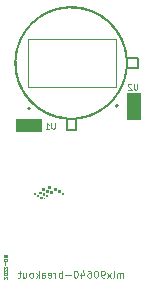
<source format=gbr>
G04 #@! TF.GenerationSoftware,KiCad,Pcbnew,(6.0.7)*
G04 #@! TF.CreationDate,2022-08-12T11:37:01-07:00*
G04 #@! TF.ProjectId,mlx90640-breakout,6d6c7839-3036-4343-902d-627265616b6f,rev?*
G04 #@! TF.SameCoordinates,Original*
G04 #@! TF.FileFunction,Legend,Bot*
G04 #@! TF.FilePolarity,Positive*
%FSLAX46Y46*%
G04 Gerber Fmt 4.6, Leading zero omitted, Abs format (unit mm)*
G04 Created by KiCad (PCBNEW (6.0.7)) date 2022-08-12 11:37:01*
%MOMM*%
%LPD*%
G01*
G04 APERTURE LIST*
%ADD10C,0.100000*%
%ADD11C,0.050000*%
%ADD12C,0.075000*%
%ADD13C,0.010000*%
%ADD14C,0.127000*%
%ADD15C,0.120000*%
%ADD16C,0.200000*%
G04 APERTURE END LIST*
D10*
X107266999Y-62418001D02*
X114759999Y-62418001D01*
X114759999Y-62418001D02*
X114759999Y-66482001D01*
X114759999Y-66482001D02*
X107266999Y-66482001D01*
X107266999Y-66482001D02*
X107266999Y-62418001D01*
X115349999Y-82628429D02*
X115349999Y-82228429D01*
X115349999Y-82285572D02*
X115321427Y-82257001D01*
X115264284Y-82228429D01*
X115178570Y-82228429D01*
X115121427Y-82257001D01*
X115092856Y-82314143D01*
X115092856Y-82628429D01*
X115092856Y-82314143D02*
X115064284Y-82257001D01*
X115007141Y-82228429D01*
X114921427Y-82228429D01*
X114864284Y-82257001D01*
X114835713Y-82314143D01*
X114835713Y-82628429D01*
X114464284Y-82628429D02*
X114521427Y-82599858D01*
X114549999Y-82542715D01*
X114549999Y-82028429D01*
X114292856Y-82628429D02*
X113978570Y-82228429D01*
X114292856Y-82228429D02*
X113978570Y-82628429D01*
X113721427Y-82628429D02*
X113607141Y-82628429D01*
X113549999Y-82599858D01*
X113521427Y-82571286D01*
X113464284Y-82485572D01*
X113435713Y-82371286D01*
X113435713Y-82142715D01*
X113464284Y-82085572D01*
X113492856Y-82057001D01*
X113549999Y-82028429D01*
X113664284Y-82028429D01*
X113721427Y-82057001D01*
X113749999Y-82085572D01*
X113778570Y-82142715D01*
X113778570Y-82285572D01*
X113749999Y-82342715D01*
X113721427Y-82371286D01*
X113664284Y-82399858D01*
X113549999Y-82399858D01*
X113492856Y-82371286D01*
X113464284Y-82342715D01*
X113435713Y-82285572D01*
X113064284Y-82028429D02*
X113007141Y-82028429D01*
X112949999Y-82057001D01*
X112921427Y-82085572D01*
X112892856Y-82142715D01*
X112864284Y-82257001D01*
X112864284Y-82399858D01*
X112892856Y-82514143D01*
X112921427Y-82571286D01*
X112949999Y-82599858D01*
X113007141Y-82628429D01*
X113064284Y-82628429D01*
X113121427Y-82599858D01*
X113149999Y-82571286D01*
X113178570Y-82514143D01*
X113207141Y-82399858D01*
X113207141Y-82257001D01*
X113178570Y-82142715D01*
X113149999Y-82085572D01*
X113121427Y-82057001D01*
X113064284Y-82028429D01*
X112349999Y-82028429D02*
X112464284Y-82028429D01*
X112521427Y-82057001D01*
X112549999Y-82085572D01*
X112607141Y-82171286D01*
X112635713Y-82285572D01*
X112635713Y-82514143D01*
X112607141Y-82571286D01*
X112578570Y-82599858D01*
X112521427Y-82628429D01*
X112407141Y-82628429D01*
X112349999Y-82599858D01*
X112321427Y-82571286D01*
X112292856Y-82514143D01*
X112292856Y-82371286D01*
X112321427Y-82314143D01*
X112349999Y-82285572D01*
X112407141Y-82257001D01*
X112521427Y-82257001D01*
X112578570Y-82285572D01*
X112607141Y-82314143D01*
X112635713Y-82371286D01*
X111778570Y-82228429D02*
X111778570Y-82628429D01*
X111921427Y-81999858D02*
X112064284Y-82428429D01*
X111692856Y-82428429D01*
X111349999Y-82028429D02*
X111292856Y-82028429D01*
X111235713Y-82057001D01*
X111207141Y-82085572D01*
X111178570Y-82142715D01*
X111149999Y-82257001D01*
X111149999Y-82399858D01*
X111178570Y-82514143D01*
X111207141Y-82571286D01*
X111235713Y-82599858D01*
X111292856Y-82628429D01*
X111349999Y-82628429D01*
X111407141Y-82599858D01*
X111435713Y-82571286D01*
X111464284Y-82514143D01*
X111492856Y-82399858D01*
X111492856Y-82257001D01*
X111464284Y-82142715D01*
X111435713Y-82085572D01*
X111407141Y-82057001D01*
X111349999Y-82028429D01*
X110892856Y-82399858D02*
X110435713Y-82399858D01*
X110149999Y-82628429D02*
X110149999Y-82028429D01*
X110149999Y-82257001D02*
X110092856Y-82228429D01*
X109978570Y-82228429D01*
X109921427Y-82257001D01*
X109892856Y-82285572D01*
X109864284Y-82342715D01*
X109864284Y-82514143D01*
X109892856Y-82571286D01*
X109921427Y-82599858D01*
X109978570Y-82628429D01*
X110092856Y-82628429D01*
X110149999Y-82599858D01*
X109607141Y-82628429D02*
X109607141Y-82228429D01*
X109607141Y-82342715D02*
X109578570Y-82285572D01*
X109549999Y-82257001D01*
X109492856Y-82228429D01*
X109435713Y-82228429D01*
X109007141Y-82599858D02*
X109064284Y-82628429D01*
X109178570Y-82628429D01*
X109235713Y-82599858D01*
X109264284Y-82542715D01*
X109264284Y-82314143D01*
X109235713Y-82257001D01*
X109178570Y-82228429D01*
X109064284Y-82228429D01*
X109007141Y-82257001D01*
X108978570Y-82314143D01*
X108978570Y-82371286D01*
X109264284Y-82428429D01*
X108464284Y-82628429D02*
X108464284Y-82314143D01*
X108492856Y-82257001D01*
X108549999Y-82228429D01*
X108664284Y-82228429D01*
X108721427Y-82257001D01*
X108464284Y-82599858D02*
X108521427Y-82628429D01*
X108664284Y-82628429D01*
X108721427Y-82599858D01*
X108749999Y-82542715D01*
X108749999Y-82485572D01*
X108721427Y-82428429D01*
X108664284Y-82399858D01*
X108521427Y-82399858D01*
X108464284Y-82371286D01*
X108178570Y-82628429D02*
X108178570Y-82028429D01*
X108121427Y-82399858D02*
X107949999Y-82628429D01*
X107949999Y-82228429D02*
X108178570Y-82457001D01*
X107607141Y-82628429D02*
X107664284Y-82599858D01*
X107692856Y-82571286D01*
X107721427Y-82514143D01*
X107721427Y-82342715D01*
X107692856Y-82285572D01*
X107664284Y-82257001D01*
X107607141Y-82228429D01*
X107521427Y-82228429D01*
X107464284Y-82257001D01*
X107435713Y-82285572D01*
X107407141Y-82342715D01*
X107407141Y-82514143D01*
X107435713Y-82571286D01*
X107464284Y-82599858D01*
X107521427Y-82628429D01*
X107607141Y-82628429D01*
X106892856Y-82228429D02*
X106892856Y-82628429D01*
X107149999Y-82228429D02*
X107149999Y-82542715D01*
X107121427Y-82599858D01*
X107064284Y-82628429D01*
X106978570Y-82628429D01*
X106921427Y-82599858D01*
X106892856Y-82571286D01*
X106692856Y-82228429D02*
X106464284Y-82228429D01*
X106607141Y-82028429D02*
X106607141Y-82542715D01*
X106578570Y-82599858D01*
X106521427Y-82628429D01*
X106464284Y-82628429D01*
D11*
X105497713Y-82707715D02*
X105511999Y-82693429D01*
X105526284Y-82664858D01*
X105526284Y-82593429D01*
X105511999Y-82564858D01*
X105497713Y-82550572D01*
X105469141Y-82536286D01*
X105440570Y-82536286D01*
X105397713Y-82550572D01*
X105226284Y-82722001D01*
X105226284Y-82536286D01*
X105526284Y-82350572D02*
X105526284Y-82322001D01*
X105511999Y-82293429D01*
X105497713Y-82279143D01*
X105469141Y-82264858D01*
X105411999Y-82250572D01*
X105340570Y-82250572D01*
X105283427Y-82264858D01*
X105254856Y-82279143D01*
X105240570Y-82293429D01*
X105226284Y-82322001D01*
X105226284Y-82350572D01*
X105240570Y-82379143D01*
X105254856Y-82393429D01*
X105283427Y-82407715D01*
X105340570Y-82422001D01*
X105411999Y-82422001D01*
X105469141Y-82407715D01*
X105497713Y-82393429D01*
X105511999Y-82379143D01*
X105526284Y-82350572D01*
X105497713Y-82136286D02*
X105511999Y-82122001D01*
X105526284Y-82093429D01*
X105526284Y-82022001D01*
X105511999Y-81993429D01*
X105497713Y-81979143D01*
X105469141Y-81964858D01*
X105440570Y-81964858D01*
X105397713Y-81979143D01*
X105226284Y-82150572D01*
X105226284Y-81964858D01*
X105497713Y-81850572D02*
X105511999Y-81836286D01*
X105526284Y-81807715D01*
X105526284Y-81736286D01*
X105511999Y-81707715D01*
X105497713Y-81693429D01*
X105469141Y-81679143D01*
X105440570Y-81679143D01*
X105397713Y-81693429D01*
X105226284Y-81864858D01*
X105226284Y-81679143D01*
X105340570Y-81550572D02*
X105340570Y-81322001D01*
X105526284Y-81122001D02*
X105526284Y-81093429D01*
X105511999Y-81064858D01*
X105497713Y-81050572D01*
X105469141Y-81036286D01*
X105411999Y-81022001D01*
X105340570Y-81022001D01*
X105283427Y-81036286D01*
X105254856Y-81050572D01*
X105240570Y-81064858D01*
X105226284Y-81093429D01*
X105226284Y-81122001D01*
X105240570Y-81150572D01*
X105254856Y-81164858D01*
X105283427Y-81179143D01*
X105340570Y-81193429D01*
X105411999Y-81193429D01*
X105469141Y-81179143D01*
X105497713Y-81164858D01*
X105511999Y-81150572D01*
X105526284Y-81122001D01*
X105397713Y-80850572D02*
X105411999Y-80879143D01*
X105426284Y-80893429D01*
X105454856Y-80907715D01*
X105469141Y-80907715D01*
X105497713Y-80893429D01*
X105511999Y-80879143D01*
X105526284Y-80850572D01*
X105526284Y-80793429D01*
X105511999Y-80764858D01*
X105497713Y-80750572D01*
X105469141Y-80736286D01*
X105454856Y-80736286D01*
X105426284Y-80750572D01*
X105411999Y-80764858D01*
X105397713Y-80793429D01*
X105397713Y-80850572D01*
X105383427Y-80879143D01*
X105369141Y-80893429D01*
X105340570Y-80907715D01*
X105283427Y-80907715D01*
X105254856Y-80893429D01*
X105240570Y-80879143D01*
X105226284Y-80850572D01*
X105226284Y-80793429D01*
X105240570Y-80764858D01*
X105254856Y-80750572D01*
X105283427Y-80736286D01*
X105340570Y-80736286D01*
X105369141Y-80750572D01*
X105383427Y-80764858D01*
X105397713Y-80793429D01*
D12*
X116537951Y-66208191D02*
X116537951Y-66612953D01*
X116514141Y-66660572D01*
X116490332Y-66684381D01*
X116442713Y-66708191D01*
X116347475Y-66708191D01*
X116299856Y-66684381D01*
X116276046Y-66660572D01*
X116252237Y-66612953D01*
X116252237Y-66208191D01*
X116037951Y-66255810D02*
X116014141Y-66232001D01*
X115966522Y-66208191D01*
X115847475Y-66208191D01*
X115799856Y-66232001D01*
X115776046Y-66255810D01*
X115752237Y-66303429D01*
X115752237Y-66351048D01*
X115776046Y-66422477D01*
X116061760Y-66708191D01*
X115752237Y-66708191D01*
X109552951Y-69510191D02*
X109552951Y-69914953D01*
X109529141Y-69962572D01*
X109505332Y-69986381D01*
X109457713Y-70010191D01*
X109362475Y-70010191D01*
X109314856Y-69986381D01*
X109291046Y-69962572D01*
X109267237Y-69914953D01*
X109267237Y-69510191D01*
X108767237Y-70010191D02*
X109052951Y-70010191D01*
X108910094Y-70010191D02*
X108910094Y-69510191D01*
X108957713Y-69581620D01*
X109005332Y-69629239D01*
X109052951Y-69653048D01*
G36*
X108972744Y-75266591D02*
G01*
X108974150Y-75341521D01*
X108821207Y-75341521D01*
X108824019Y-75191661D01*
X108971339Y-75191661D01*
X108972744Y-75266591D01*
G37*
D13*
X108972744Y-75266591D02*
X108974150Y-75341521D01*
X108821207Y-75341521D01*
X108824019Y-75191661D01*
X108971339Y-75191661D01*
X108972744Y-75266591D01*
G36*
X110254039Y-75529481D02*
G01*
X110177839Y-75529481D01*
X110177839Y-75453281D01*
X110254039Y-75453281D01*
X110254039Y-75529481D01*
G37*
X110254039Y-75529481D02*
X110177839Y-75529481D01*
X110177839Y-75453281D01*
X110254039Y-75453281D01*
X110254039Y-75529481D01*
G36*
X109969559Y-75326281D02*
G01*
X109857799Y-75326281D01*
X109857799Y-75214521D01*
X109969559Y-75214521D01*
X109969559Y-75326281D01*
G37*
X109969559Y-75326281D02*
X109857799Y-75326281D01*
X109857799Y-75214521D01*
X109969559Y-75214521D01*
X109969559Y-75326281D01*
G36*
X108349039Y-75458361D02*
G01*
X108242359Y-75458361D01*
X108242359Y-75356761D01*
X108349039Y-75356761D01*
X108349039Y-75458361D01*
G37*
X108349039Y-75458361D02*
X108242359Y-75458361D01*
X108242359Y-75356761D01*
X108349039Y-75356761D01*
X108349039Y-75458361D01*
G36*
X109304079Y-75473601D02*
G01*
X109126279Y-75473601D01*
X109126279Y-75295801D01*
X109304079Y-75295801D01*
X109304079Y-75473601D01*
G37*
X109304079Y-75473601D02*
X109126279Y-75473601D01*
X109126279Y-75295801D01*
X109304079Y-75295801D01*
X109304079Y-75473601D01*
G36*
X108637480Y-75131971D02*
G01*
X108636059Y-75196741D01*
X108571289Y-75198162D01*
X108506519Y-75199584D01*
X108506519Y-75067201D01*
X108638902Y-75067201D01*
X108637480Y-75131971D01*
G37*
X108637480Y-75131971D02*
X108636059Y-75196741D01*
X108571289Y-75198162D01*
X108506519Y-75199584D01*
X108506519Y-75067201D01*
X108638902Y-75067201D01*
X108637480Y-75131971D01*
G36*
X108669079Y-75915561D02*
G01*
X108623359Y-75915561D01*
X108623359Y-75869841D01*
X108669079Y-75869841D01*
X108669079Y-75915561D01*
G37*
X108669079Y-75915561D02*
X108623359Y-75915561D01*
X108623359Y-75869841D01*
X108669079Y-75869841D01*
X108669079Y-75915561D01*
G36*
X107846119Y-75509161D02*
G01*
X107785159Y-75509161D01*
X107785159Y-75448201D01*
X107846119Y-75448201D01*
X107846119Y-75509161D01*
G37*
X107846119Y-75509161D02*
X107785159Y-75509161D01*
X107785159Y-75448201D01*
X107846119Y-75448201D01*
X107846119Y-75509161D01*
G36*
X108120439Y-75707281D02*
G01*
X108044239Y-75707281D01*
X108044239Y-75631081D01*
X108120439Y-75631081D01*
X108120439Y-75707281D01*
G37*
X108120439Y-75707281D02*
X108044239Y-75707281D01*
X108044239Y-75631081D01*
X108120439Y-75631081D01*
X108120439Y-75707281D01*
G36*
X108923079Y-75712361D02*
G01*
X108831639Y-75712361D01*
X108831639Y-75615841D01*
X108923079Y-75615841D01*
X108923079Y-75712361D01*
G37*
X108923079Y-75712361D02*
X108831639Y-75712361D01*
X108831639Y-75615841D01*
X108923079Y-75615841D01*
X108923079Y-75712361D01*
G36*
X109643286Y-75091213D02*
G01*
X109641899Y-75181501D01*
X109554155Y-75182891D01*
X109520780Y-75183255D01*
X109496344Y-75183087D01*
X109479638Y-75182317D01*
X109469453Y-75180873D01*
X109464578Y-75178686D01*
X109463854Y-75177616D01*
X109463077Y-75170494D01*
X109462567Y-75155072D01*
X109462348Y-75133211D01*
X109462444Y-75106766D01*
X109462698Y-75087325D01*
X109464099Y-75003701D01*
X109554386Y-75002313D01*
X109644674Y-75000925D01*
X109643286Y-75091213D01*
G37*
X109643286Y-75091213D02*
X109641899Y-75181501D01*
X109554155Y-75182891D01*
X109520780Y-75183255D01*
X109496344Y-75183087D01*
X109479638Y-75182317D01*
X109469453Y-75180873D01*
X109464578Y-75178686D01*
X109463854Y-75177616D01*
X109463077Y-75170494D01*
X109462567Y-75155072D01*
X109462348Y-75133211D01*
X109462444Y-75106766D01*
X109462698Y-75087325D01*
X109464099Y-75003701D01*
X109554386Y-75002313D01*
X109644674Y-75000925D01*
X109643286Y-75091213D01*
G36*
X108633519Y-75595521D02*
G01*
X108521759Y-75595521D01*
X108521759Y-75478681D01*
X108633519Y-75478681D01*
X108633519Y-75595521D01*
G37*
X108633519Y-75595521D02*
X108521759Y-75595521D01*
X108521759Y-75478681D01*
X108633519Y-75478681D01*
X108633519Y-75595521D01*
G36*
X109171999Y-75031641D02*
G01*
X108994199Y-75031641D01*
X108994199Y-74853841D01*
X109171999Y-74853841D01*
X109171999Y-75031641D01*
G37*
X109171999Y-75031641D02*
X108994199Y-75031641D01*
X108994199Y-74853841D01*
X109171999Y-74853841D01*
X109171999Y-75031641D01*
G36*
X108430319Y-75869841D02*
G01*
X108328719Y-75869841D01*
X108328719Y-75768241D01*
X108430319Y-75768241D01*
X108430319Y-75869841D01*
G37*
X108430319Y-75869841D02*
X108328719Y-75869841D01*
X108328719Y-75768241D01*
X108430319Y-75768241D01*
X108430319Y-75869841D01*
D14*
X116634247Y-64857765D02*
X116634237Y-64057340D01*
X115634435Y-64057348D02*
X116634237Y-64057340D01*
X116634247Y-64857765D02*
X115634446Y-64857774D01*
D15*
X116724999Y-69150001D02*
X115674999Y-69150001D01*
X115674999Y-69150001D02*
X115674999Y-67025001D01*
X115674999Y-67025001D02*
X116724999Y-67025001D01*
X116724999Y-67025001D02*
X116724999Y-69150001D01*
G36*
X116724999Y-69150001D02*
G01*
X115674999Y-69150001D01*
X115674999Y-67025001D01*
X116724999Y-67025001D01*
X116724999Y-69150001D01*
G37*
D14*
X115634435Y-64057348D02*
G75*
G03*
X115634446Y-64857774I-4708339J-400278D01*
G01*
D16*
X114895935Y-68050273D02*
G75*
G03*
X114895935Y-68050273I-100000J0D01*
G01*
D14*
X110542235Y-70134249D02*
X111342660Y-70134239D01*
X110542235Y-70134249D02*
X110542226Y-69134448D01*
X111342652Y-69134437D02*
X111342660Y-70134239D01*
D15*
X106249999Y-70225001D02*
X108374999Y-70225001D01*
X108374999Y-70225001D02*
X108374999Y-69175001D01*
X108374999Y-69175001D02*
X106249999Y-69175001D01*
X106249999Y-69175001D02*
X106249999Y-70225001D01*
G36*
X106249999Y-70225001D02*
G01*
X108374999Y-70225001D01*
X108374999Y-69175001D01*
X106249999Y-69175001D01*
X106249999Y-70225001D01*
G37*
D14*
X111342652Y-69134437D02*
G75*
G03*
X110542226Y-69134448I-400278J4708339D01*
G01*
D16*
X107449727Y-68295937D02*
G75*
G03*
X107449727Y-68295937I-100000J0D01*
G01*
M02*

</source>
